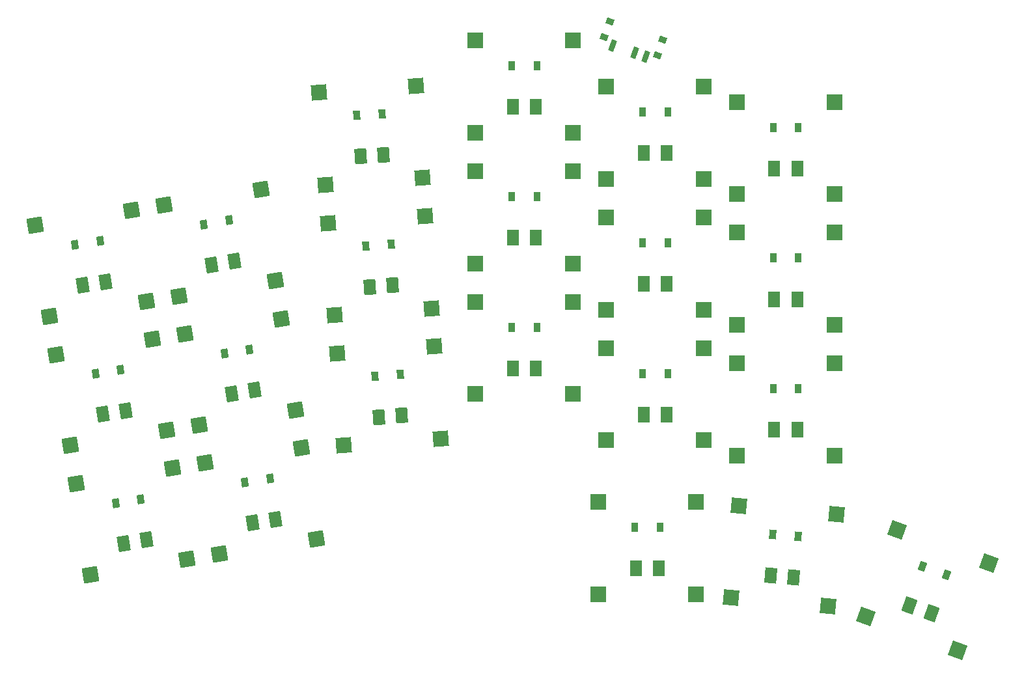
<source format=gbr>
%TF.GenerationSoftware,KiCad,Pcbnew,8.0.6*%
%TF.CreationDate,2025-08-04T21:50:58+02:00*%
%TF.ProjectId,reversible,72657665-7273-4696-926c-652e6b696361,v1.0.0*%
%TF.SameCoordinates,Original*%
%TF.FileFunction,Paste,Bot*%
%TF.FilePolarity,Positive*%
%FSLAX46Y46*%
G04 Gerber Fmt 4.6, Leading zero omitted, Abs format (unit mm)*
G04 Created by KiCad (PCBNEW 8.0.6) date 2025-08-04 21:50:58*
%MOMM*%
%LPD*%
G01*
G04 APERTURE LIST*
G04 Aperture macros list*
%AMRotRect*
0 Rectangle, with rotation*
0 The origin of the aperture is its center*
0 $1 length*
0 $2 width*
0 $3 Rotation angle, in degrees counterclockwise*
0 Add horizontal line*
21,1,$1,$2,0,0,$3*%
G04 Aperture macros list end*
%ADD10RotRect,1.550000X2.000000X9.000000*%
%ADD11RotRect,2.000000X2.000000X9.000000*%
%ADD12R,0.900000X1.200000*%
%ADD13RotRect,0.900000X1.200000X355.000000*%
%ADD14RotRect,1.000000X0.800000X341.000000*%
%ADD15RotRect,0.700000X1.500000X341.000000*%
%ADD16RotRect,0.900000X1.200000X4.000000*%
%ADD17R,1.550000X2.000000*%
%ADD18R,2.000000X2.000000*%
%ADD19RotRect,1.550000X2.000000X4.000000*%
%ADD20RotRect,2.000000X2.000000X4.000000*%
%ADD21RotRect,0.900000X1.200000X9.000000*%
%ADD22RotRect,0.900000X1.200000X340.000000*%
%ADD23RotRect,1.550000X2.000000X340.000000*%
%ADD24RotRect,2.000000X2.000000X340.000000*%
%ADD25RotRect,1.550000X2.000000X355.000000*%
%ADD26RotRect,2.000000X2.000000X355.000000*%
G04 APERTURE END LIST*
D10*
%TO.C,CPG1316*%
X117453732Y-98432169D03*
X120416795Y-97962872D03*
D11*
X113187494Y-102499635D03*
X111310284Y-90647376D03*
X125731136Y-100512920D03*
X123853926Y-88660661D03*
%TD*%
D12*
%TO.C,D15*%
X168156959Y-44977560D03*
X171456961Y-44977558D03*
%TD*%
D13*
%TO.C,D20*%
X185138250Y-99902351D03*
X188425696Y-100189965D03*
%TD*%
D14*
%TO.C,PWR1*%
X163202579Y-35260125D03*
X170104869Y-37636772D03*
X163922084Y-33170530D03*
X170824375Y-35547177D03*
D15*
X164314684Y-36330505D03*
X167151240Y-37307211D03*
X168569521Y-37795561D03*
%TD*%
D12*
%TO.C,D12*%
X151156963Y-38977562D03*
X154456965Y-38977560D03*
%TD*%
D16*
%TO.C,D8*%
X132179413Y-62384081D03*
X135471363Y-62153887D03*
%TD*%
D17*
%TO.C,CPG1316*%
X168306958Y-84327559D03*
X171306959Y-84327563D03*
D18*
X163456956Y-87677553D03*
X163456957Y-75677560D03*
X176156959Y-87677556D03*
X176156960Y-75677563D03*
%TD*%
D19*
%TO.C,CPG1316*%
X131516375Y-50751996D03*
X134509070Y-50542727D03*
D20*
X126074794Y-42461386D03*
X126911873Y-54432152D03*
X138743859Y-41575476D03*
X139580938Y-53546242D03*
%TD*%
D17*
%TO.C,CPG1316*%
X167306959Y-104327556D03*
X170306960Y-104327560D03*
D18*
X162456957Y-107677550D03*
X162456958Y-95677557D03*
X175156960Y-107677553D03*
X175156961Y-95677560D03*
%TD*%
D21*
%TO.C,D2*%
X97018565Y-79040183D03*
X100277937Y-78523953D03*
%TD*%
D12*
%TO.C,D11*%
X151156960Y-55977562D03*
X154456962Y-55977560D03*
%TD*%
%TO.C,D13*%
X168156963Y-78977560D03*
X171456965Y-78977558D03*
%TD*%
%TO.C,D10*%
X151156959Y-72977561D03*
X154456961Y-72977559D03*
%TD*%
D10*
%TO.C,CPG1316*%
X98003647Y-84300847D03*
X100966710Y-83831550D03*
D11*
X93737409Y-88368313D03*
X91860199Y-76516054D03*
X106281051Y-86381598D03*
X104403841Y-74529339D03*
%TD*%
D21*
%TO.C,D6*%
X111149881Y-59590092D03*
X114409253Y-59073862D03*
%TD*%
D17*
%TO.C,CPG1316*%
X185306961Y-52327559D03*
X188306962Y-52327563D03*
D18*
X180456959Y-55677553D03*
X180456960Y-43677560D03*
X193156962Y-55677556D03*
X193156963Y-43677563D03*
%TD*%
D22*
%TO.C,D21*%
X204611935Y-104045756D03*
X207712919Y-105174428D03*
%TD*%
D12*
%TO.C,D19*%
X167156959Y-98977557D03*
X170456961Y-98977555D03*
%TD*%
D21*
%TO.C,D5*%
X113809266Y-76380799D03*
X117068638Y-75864569D03*
%TD*%
D19*
%TO.C,CPG1316*%
X132702241Y-67710585D03*
X135694936Y-67501316D03*
D20*
X127260660Y-59419975D03*
X128097739Y-71390741D03*
X139929725Y-58534065D03*
X140766804Y-70504831D03*
%TD*%
D12*
%TO.C,D17*%
X185156954Y-63977557D03*
X188456956Y-63977555D03*
%TD*%
D19*
%TO.C,CPG1316*%
X133888100Y-84669177D03*
X136880795Y-84459908D03*
D20*
X128446519Y-76378567D03*
X129283598Y-88349333D03*
X141115584Y-75492657D03*
X141952663Y-87463423D03*
%TD*%
D17*
%TO.C,CPG1316*%
X168306962Y-50327559D03*
X171306963Y-50327563D03*
D18*
X163456960Y-53677553D03*
X163456961Y-41677560D03*
X176156963Y-53677556D03*
X176156964Y-41677563D03*
%TD*%
D17*
%TO.C,CPG1316*%
X151306958Y-61327558D03*
X154306959Y-61327562D03*
D18*
X146456956Y-64677552D03*
X146456957Y-52677559D03*
X159156959Y-64677555D03*
X159156960Y-52677562D03*
%TD*%
D17*
%TO.C,CPG1316*%
X185306964Y-69327557D03*
X188306965Y-69327561D03*
D18*
X180456962Y-72677551D03*
X180456963Y-60677558D03*
X193156965Y-72677554D03*
X193156966Y-60677561D03*
%TD*%
D17*
%TO.C,CPG1316*%
X168306959Y-67327562D03*
X171306960Y-67327566D03*
D18*
X163456957Y-70677556D03*
X163456958Y-58677563D03*
X176156960Y-70677559D03*
X176156961Y-58677566D03*
%TD*%
D16*
%TO.C,D7*%
X133365269Y-79342665D03*
X136657219Y-79112471D03*
%TD*%
D21*
%TO.C,D3*%
X94359176Y-62249479D03*
X97618548Y-61733249D03*
%TD*%
D10*
%TO.C,CPG1316*%
X95344259Y-67510147D03*
X98307322Y-67040850D03*
D11*
X91078021Y-71577613D03*
X89200811Y-59725354D03*
X103621663Y-69590898D03*
X101744453Y-57738639D03*
%TD*%
D21*
%TO.C,D4*%
X116468653Y-93171496D03*
X119728025Y-92655266D03*
%TD*%
D17*
%TO.C,CPG1316*%
X151306963Y-44327560D03*
X154306964Y-44327564D03*
D18*
X146456961Y-47677554D03*
X146456962Y-35677561D03*
X159156964Y-47677557D03*
X159156965Y-35677564D03*
%TD*%
D12*
%TO.C,D16*%
X185156959Y-80977556D03*
X188456961Y-80977554D03*
%TD*%
%TO.C,D14*%
X168156961Y-61977554D03*
X171456963Y-61977552D03*
%TD*%
D21*
%TO.C,D1*%
X99677952Y-95830886D03*
X102937324Y-95314656D03*
%TD*%
D17*
%TO.C,CPG1316*%
X185306960Y-86327557D03*
X188306961Y-86327561D03*
D18*
X180456958Y-89677551D03*
X180456959Y-77677558D03*
X193156961Y-89677554D03*
X193156962Y-77677561D03*
%TD*%
D10*
%TO.C,CPG1316*%
X112134959Y-64850759D03*
X115098022Y-64381462D03*
D11*
X107868721Y-68918225D03*
X105991511Y-57065966D03*
X120412363Y-66931510D03*
X118535153Y-55079251D03*
%TD*%
D23*
%TO.C,CPG1316*%
X202923075Y-109124421D03*
X205742157Y-110150484D03*
D24*
X197219798Y-110613600D03*
X201324040Y-99337289D03*
X209153894Y-114957253D03*
X213258136Y-103680942D03*
%TD*%
D12*
%TO.C,D18*%
X185156959Y-46977558D03*
X188456961Y-46977556D03*
%TD*%
D16*
%TO.C,D9*%
X130993555Y-45425491D03*
X134285505Y-45195297D03*
%TD*%
D17*
%TO.C,CPG1316*%
X151306963Y-78327558D03*
X154306964Y-78327562D03*
D18*
X146456961Y-81677552D03*
X146456962Y-69677559D03*
X159156964Y-81677555D03*
X159156965Y-69677562D03*
%TD*%
D10*
%TO.C,CPG1316*%
X100663033Y-101091549D03*
X103626096Y-100622252D03*
D11*
X96396795Y-105159015D03*
X94519585Y-93306756D03*
X108940437Y-103172300D03*
X107063227Y-91320041D03*
%TD*%
D10*
%TO.C,CPG1316*%
X114794352Y-81641461D03*
X117757415Y-81172164D03*
D11*
X110528114Y-85708927D03*
X108650904Y-73856668D03*
X123071756Y-83722212D03*
X121194546Y-71869953D03*
%TD*%
D25*
%TO.C,CPG1316*%
X184821388Y-105245066D03*
X187809977Y-105506532D03*
D26*
X179697877Y-108159613D03*
X180743747Y-96205276D03*
X192349549Y-109266490D03*
X193395419Y-97312153D03*
%TD*%
M02*

</source>
